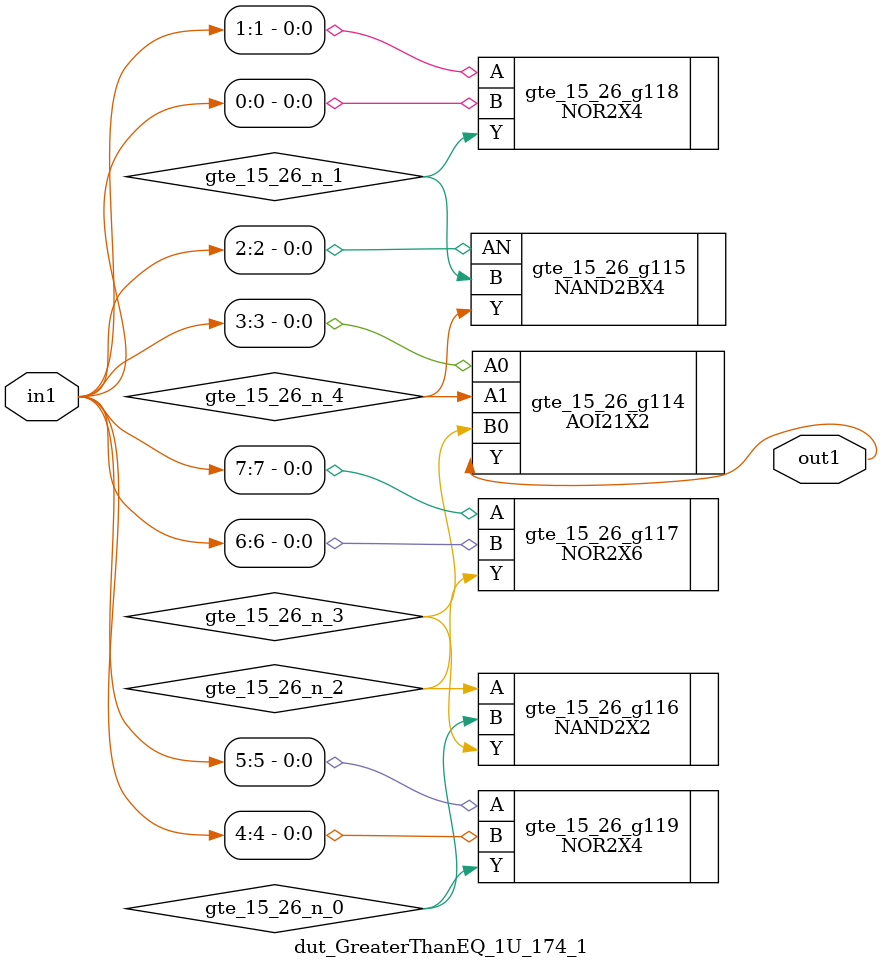
<source format=v>
`timescale 1ps / 1ps


module dut_GreaterThanEQ_1U_174_1(in1, out1);
  input [7:0] in1;
  output out1;
  wire [7:0] in1;
  wire out1;
  wire gte_15_26_n_0, gte_15_26_n_1, gte_15_26_n_2, gte_15_26_n_3,
       gte_15_26_n_4;
  AOI21X2 gte_15_26_g114(.A0 (in1[3]), .A1 (gte_15_26_n_4), .B0
       (gte_15_26_n_3), .Y (out1));
  NAND2BX4 gte_15_26_g115(.AN (in1[2]), .B (gte_15_26_n_1), .Y
       (gte_15_26_n_4));
  NAND2X2 gte_15_26_g116(.A (gte_15_26_n_2), .B (gte_15_26_n_0), .Y
       (gte_15_26_n_3));
  NOR2X6 gte_15_26_g117(.A (in1[7]), .B (in1[6]), .Y (gte_15_26_n_2));
  NOR2X4 gte_15_26_g118(.A (in1[1]), .B (in1[0]), .Y (gte_15_26_n_1));
  NOR2X4 gte_15_26_g119(.A (in1[5]), .B (in1[4]), .Y (gte_15_26_n_0));
endmodule



</source>
